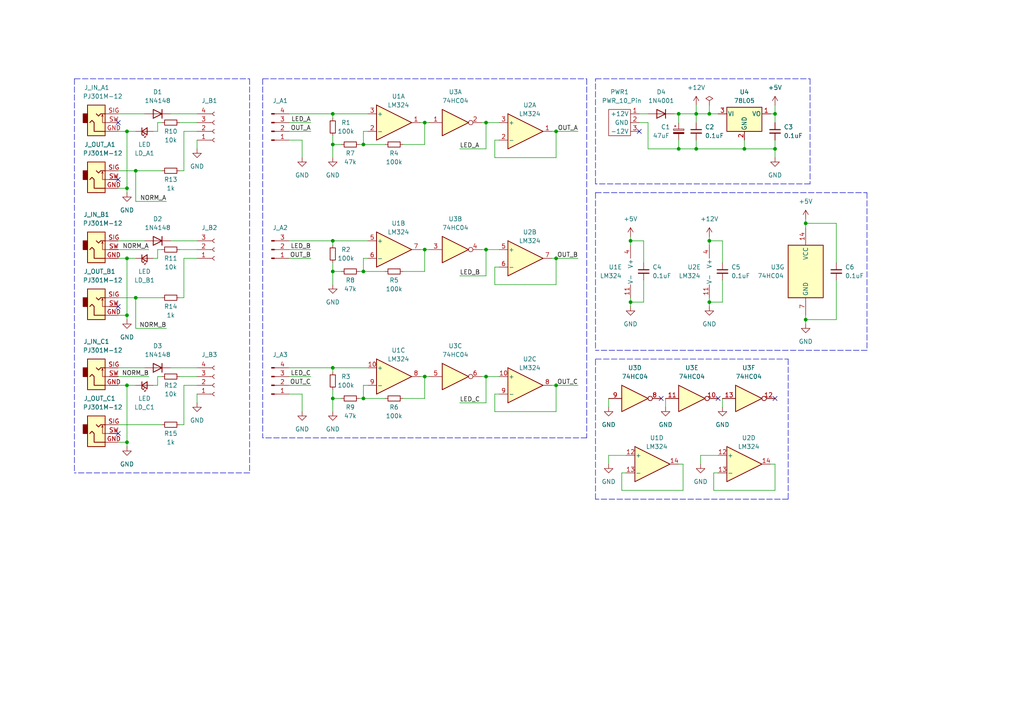
<source format=kicad_sch>
(kicad_sch (version 20231120) (generator "eeschema") (generator_version "8.0")
  (paper "A4")
  (title_block (title "Avalon Harmonics kNOT") (rev "v1.1") (company "Avalon Harmonics"))
  (lib_symbols
    (symbol "74xx:74HC04"
      (property "Reference" "U" (at 0 1.27 0))
      (property "Value" "74HC04" (at 0 -1.27 0))
      (symbol "74HC04_1_0"
        (pin input line (at -7.62 0 0) (length 3.81) (name "~") (number "1"))
        (pin output inverted (at 7.62 0 180) (length 3.81) (name "~") (number "2"))
      )
      (symbol "74HC04_2_0"
        (pin input line (at -7.62 0 0) (length 3.81) (name "~") (number "3"))
        (pin output inverted (at 7.62 0 180) (length 3.81) (name "~") (number "4"))
      )
      (symbol "74HC04_3_0"
        (pin input line (at -7.62 0 0) (length 3.81) (name "~") (number "5"))
        (pin output inverted (at 7.62 0 180) (length 3.81) (name "~") (number "6"))
      )
      (symbol "74HC04_4_0"
        (pin output inverted (at 7.62 0 180) (length 3.81) (name "~") (number "8"))
        (pin input line (at -7.62 0 0) (length 3.81) (name "~") (number "9"))
      )
      (symbol "74HC04_5_0"
        (pin output inverted (at 7.62 0 180) (length 3.81) (name "~") (number "10"))
        (pin input line (at -7.62 0 0) (length 3.81) (name "~") (number "11"))
      )
      (symbol "74HC04_6_0"
        (pin output inverted (at 7.62 0 180) (length 3.81) (name "~") (number "12"))
        (pin input line (at -7.62 0 0) (length 3.81) (name "~") (number "13"))
      )
      (symbol "74HC04_7_0"
        (pin power_in line (at 0 12.7 270) (length 5.08) (name "VCC") (number "14"))
        (pin power_in line (at 0 -12.7 90) (length 5.08) (name "GND") (number "7"))
      )
    )
    (symbol "Amplifier_Operational:LM324" (pin_names (offset 0.127))
      (property "Reference" "U" (at 0 5.08 0))
      (property "Value" "LM324" (at 0 -5.08 0))
      (symbol "LM324_1_1"
        (pin output line (at 7.62 0 180) (length 2.54) (name "~") (number "1"))
        (pin input line (at -7.62 -2.54 0) (length 2.54) (name "-") (number "2"))
        (pin input line (at -7.62 2.54 0) (length 2.54) (name "+") (number "3"))
      )
      (symbol "LM324_2_1"
        (pin input line (at -7.62 2.54 0) (length 2.54) (name "+") (number "5"))
        (pin input line (at -7.62 -2.54 0) (length 2.54) (name "-") (number "6"))
        (pin output line (at 7.62 0 180) (length 2.54) (name "~") (number "7"))
      )
      (symbol "LM324_3_1"
        (pin input line (at -7.62 2.54 0) (length 2.54) (name "+") (number "10"))
        (pin output line (at 7.62 0 180) (length 2.54) (name "~") (number "8"))
        (pin input line (at -7.62 -2.54 0) (length 2.54) (name "-") (number "9"))
      )
      (symbol "LM324_4_1"
        (pin input line (at -7.62 2.54 0) (length 2.54) (name "+") (number "12"))
        (pin input line (at -7.62 -2.54 0) (length 2.54) (name "-") (number "13"))
        (pin output line (at 7.62 0 180) (length 2.54) (name "~") (number "14"))
      )
      (symbol "LM324_5_1"
        (pin power_in line (at -2.54 -7.62 90) (length 3.81) (name "V-") (number "11"))
        (pin power_in line (at -2.54 7.62 270) (length 3.81) (name "V+") (number "4"))
      )
    )
    (symbol "Connector:Conn_01x03_Female" (pin_names (offset 1.016) hide)
      (property "Reference" "J" (at 0 5.08 0))
      (property "Value" "Conn_01x03_Female" (at 0 -5.08 0))
      (symbol "Conn_01x03_Female_1_1"
        (pin passive line (at -5.08 2.54 0) (length 3.81) (name "Pin_1") (number "1"))
        (pin passive line (at -5.08 0 0) (length 3.81) (name "Pin_2") (number "2"))
        (pin passive line (at -5.08 -2.54 0) (length 3.81) (name "Pin_3") (number "3"))
      )
    )
    (symbol "Connector:Conn_01x03_Male" (pin_names (offset 1.016) hide)
      (property "Reference" "J" (at 0 5.08 0))
      (property "Value" "Conn_01x03_Male" (at 0 -5.08 0))
      (symbol "Conn_01x03_Male_1_1"
        (pin passive line (at 5.08 2.54 180) (length 3.81) (name "Pin_1") (number "1"))
        (pin passive line (at 5.08 0 180) (length 3.81) (name "Pin_2") (number "2"))
        (pin passive line (at 5.08 -2.54 180) (length 3.81) (name "Pin_3") (number "3"))
      )
    )
    (symbol "Connector:Conn_01x04_Female" (pin_names (offset 1.016) hide)
      (property "Reference" "J" (at 0 5.08 0))
      (property "Value" "Conn_01x04_Female" (at 0 -7.62 0))
      (symbol "Conn_01x04_Female_1_1"
        (pin passive line (at -5.08 2.54 0) (length 3.81) (name "Pin_1") (number "1"))
        (pin passive line (at -5.08 0 0) (length 3.81) (name "Pin_2") (number "2"))
        (pin passive line (at -5.08 -2.54 0) (length 3.81) (name "Pin_3") (number "3"))
        (pin passive line (at -5.08 -5.08 0) (length 3.81) (name "Pin_4") (number "4"))
      )
    )
    (symbol "Connector:Conn_01x04_Male" (pin_names (offset 1.016) hide)
      (property "Reference" "J" (at 0 5.08 0))
      (property "Value" "Conn_01x04_Male" (at 0 -7.62 0))
      (symbol "Conn_01x04_Male_1_1"
        (pin passive line (at 5.08 2.54 180) (length 3.81) (name "Pin_1") (number "1"))
        (pin passive line (at 5.08 0 180) (length 3.81) (name "Pin_2") (number "2"))
        (pin passive line (at 5.08 -2.54 180) (length 3.81) (name "Pin_3") (number "3"))
        (pin passive line (at 5.08 -5.08 180) (length 3.81) (name "Pin_4") (number "4"))
      )
    )
    (symbol "Device:C_Polarized_Small" (pin_numbers hide) (pin_names (offset 0.254) hide)
      (property "Reference" "C" (at 0.254 1.778 0))
      (property "Value" "C_Polarized_Small" (at 0.254 -2.032 0))
      (symbol "C_Polarized_Small_1_1"
        (pin passive line (at 0 2.54 270) (length 1.8542) (name "~") (number "1"))
        (pin passive line (at 0 -2.54 90) (length 1.8542) (name "~") (number "2"))
      )
    )
    (symbol "Device:C_Small" (pin_numbers hide) (pin_names (offset 0.254) hide)
      (property "Reference" "C" (at 0.254 1.778 0))
      (property "Value" "C_Small" (at 0.254 -2.032 0))
      (symbol "C_Small_1_1"
        (pin passive line (at 0 2.54 270) (length 2.032) (name "~") (number "1"))
        (pin passive line (at 0 -2.54 90) (length 2.032) (name "~") (number "2"))
      )
    )
    (symbol "Device:LED_Small" (pin_numbers hide) (pin_names (offset 0.254) hide)
      (property "Reference" "D" (at -1.27 3.175 0))
      (property "Value" "LED_Small" (at -4.445 -2.54 0))
      (symbol "LED_Small_1_1"
        (pin passive line (at -2.54 0 0) (length 1.778) (name "K") (number "1"))
        (pin passive line (at 2.54 0 180) (length 1.778) (name "A") (number "2"))
      )
    )
    (symbol "Device:R_Small" (pin_numbers hide) (pin_names (offset 0.254) hide)
      (property "Reference" "R" (at 0.762 0.508 0))
      (property "Value" "R_Small" (at 0.762 -1.016 0))
      (symbol "R_Small_1_1"
        (pin passive line (at 0 2.54 270) (length 0.762) (name "~") (number "1"))
        (pin passive line (at 0 -2.54 90) (length 0.762) (name "~") (number "2"))
      )
    )
    (symbol "Diode:1N4001" (pin_numbers hide) (pin_names (offset 1.016) hide)
      (property "Reference" "D" (at 0 2.54 0))
      (property "Value" "1N4001" (at 0 -2.54 0))
      (symbol "1N4001_1_1"
        (pin passive line (at -3.81 0 0) (length 2.54) (name "K") (number "1"))
        (pin passive line (at 3.81 0 180) (length 2.54) (name "A") (number "2"))
      )
    )
    (symbol "Diode:1N4148" (pin_numbers hide) (pin_names (offset 1.016) hide)
      (property "Reference" "D" (at 0 2.54 0))
      (property "Value" "1N4148" (at 0 -2.54 0))
      (symbol "1N4148_1_1"
        (pin passive line (at -3.81 0 0) (length 2.54) (name "K") (number "1"))
        (pin passive line (at 3.81 0 180) (length 2.54) (name "A") (number "2"))
      )
    )
    (symbol "Eurorack:PJ301M-12"
      (property "Reference" "J?" (at -0.635 7.62 0))
      (property "Value" "PJ301M-12" (at -0.635 5.08 0))
      (symbol "PJ301M-12_1_1"
        (pin passive line (at 6.35 -5.08 180) (length 2.54) (name "~") (number "GND"))
        (pin passive line (at 6.35 0 180) (length 2.54) (name "~") (number "SIG"))
        (pin passive line (at 6.35 -2.54 180) (length 2.54) (name "~") (number "SW"))
      )
    )
    (symbol "Eurorack:PWR_10_Pin"
      (property "Reference" "H?" (at -5.08 6.35 0))
      (property "Value" "PWR_10_Pin" (at -5.08 3.81 0))
      (symbol "PWR_10_Pin_1_1"
        (pin power_out line (at 0 1.27 180) (length 2.54) (name "+12V") (number "1"))
        (pin power_out line (at 0 -1.27 180) (length 2.54) (name "GND") (number "2"))
        (pin power_out line (at 0 -3.81 180) (length 2.54) (name "-12V") (number "3"))
      )
    )
    (symbol "Regulator_Linear:L78L05_TO92" (pin_names (offset 0.254))
      (property "Reference" "U" (at -3.81 3.175 0))
      (property "Value" "L78L05_TO92" (at 0 3.175 0))
      (symbol "L78L05_TO92_1_1"
        (pin power_out line (at 7.62 0 180) (length 2.54) (name "VO") (number "1"))
        (pin power_in line (at 0 -7.62 90) (length 2.54) (name "GND") (number "2"))
        (pin power_in line (at -7.62 0 0) (length 2.54) (name "VI") (number "3"))
      )
    )
    (symbol "power:+12V" (power) (pin_names (offset 0))
      (property "Value" "+12V" (at 0 3.556 0))
      (symbol "+12V_1_1"
        (pin power_in line (at 0 0 90) (length 0) hide (name "+12V") (number "1"))
      )
    )
    (symbol "power:+5V" (power) (pin_names (offset 0))
      (property "Value" "+5V" (at 0 3.556 0))
      (symbol "+5V_1_1"
        (pin power_in line (at 0 0 90) (length 0) hide (name "+5V") (number "1"))
      )
    )
    (symbol "power:GND" (power) (pin_names (offset 0))
      (property "Value" "GND" (at 0 -3.81 0))
      (symbol "GND_1_1"
        (pin power_in line (at 0 0 270) (length 0) hide (name "GND") (number "1"))
      )
    )
    (symbol "power:PWR_FLAG" (power) (pin_numbers hide) (pin_names (offset 0) hide)
      (property "Value" "PWR_FLAG" (at 0 3.81 0))
      (symbol "PWR_FLAG_0_0"
        (pin power_out line (at 0 0 90) (length 0) (name "pwr") (number "1"))
      )
    )
  )
  (junction (at 96.52 41.91))
  (junction (at 182.88 69.85))
  (junction (at 205.74 87.63))
  (junction (at 36.83 74.93))
  (junction (at 96.52 78.74))
  (junction (at 96.52 69.85))
  (junction (at 123.19 109.22))
  (junction (at 161.29 38.1))
  (junction (at 201.93 33.02))
  (junction (at 36.83 111.76))
  (junction (at 182.88 87.63))
  (junction (at 39.37 86.36))
  (junction (at 36.83 54.61))
  (junction (at 105.41 78.74))
  (junction (at 215.9 43.18))
  (junction (at 233.68 64.77))
  (junction (at 140.97 72.39))
  (junction (at 196.85 33.02))
  (junction (at 201.93 43.18))
  (junction (at 205.74 33.02))
  (junction (at 105.41 115.57))
  (junction (at 96.52 33.02))
  (junction (at 140.97 35.56))
  (junction (at 196.85 43.18))
  (junction (at 96.52 106.68))
  (junction (at 161.29 111.76))
  (junction (at 224.79 43.18))
  (junction (at 123.19 35.56))
  (junction (at 39.37 49.53))
  (junction (at 224.79 33.02))
  (junction (at 233.68 92.71))
  (junction (at 36.83 128.27))
  (junction (at 161.29 74.93))
  (junction (at 36.83 38.1))
  (junction (at 96.52 115.57))
  (junction (at 205.74 69.85))
  (junction (at 123.19 72.39))
  (junction (at 36.83 91.44))
  (junction (at 105.41 41.91))
  (junction (at 140.97 109.22))
  (no_connect (at 34.29 35.56))
  (no_connect (at 208.28 115.57))
  (no_connect (at 34.29 125.73))
  (no_connect (at 34.29 52.07))
  (no_connect (at 185.42 38.1))
  (no_connect (at 224.79 115.57))
  (no_connect (at 191.77 115.57))
  (no_connect (at 34.29 88.9))
  (wire (pts (xy 176.53 115.57) (xy 176.53 118.11)))
  (wire (pts (xy 57.15 114.3) (xy 57.15 116.84)))
  (wire (pts (xy 208.28 137.16) (xy 207.01 137.16)))
  (wire (pts (xy 44.45 38.1) (xy 45.72 38.1)))
  (wire (pts (xy 96.52 107.95) (xy 96.52 106.68)))
  (wire (pts (xy 205.74 86.36) (xy 205.74 87.63)))
  (wire (pts (xy 224.79 35.56) (xy 224.79 33.02)))
  (wire (pts (xy 201.93 43.18) (xy 215.9 43.18)))
  (wire (pts (xy 57.15 72.39) (xy 52.07 72.39)))
  (polyline (pts (xy 21.59 22.86) (xy 21.59 137.16)) (stroke (width 0) (type dash)))
  (wire (pts (xy 34.29 74.93) (xy 36.83 74.93)))
  (wire (pts (xy 96.52 78.74) (xy 99.06 78.74)))
  (wire (pts (xy 57.15 40.64) (xy 57.15 43.18)))
  (wire (pts (xy 209.55 115.57) (xy 209.55 118.11)))
  (wire (pts (xy 201.93 30.48) (xy 201.93 33.02)))
  (polyline (pts (xy 251.46 101.6) (xy 172.72 101.6)) (stroke (width 0) (type dash)))
  (wire (pts (xy 233.68 63.5) (xy 233.68 64.77)))
  (wire (pts (xy 106.68 38.1) (xy 105.41 38.1)))
  (wire (pts (xy 182.88 69.85) (xy 182.88 71.12)))
  (wire (pts (xy 44.45 74.93) (xy 45.72 74.93)))
  (wire (pts (xy 36.83 74.93) (xy 39.37 74.93)))
  (polyline (pts (xy 228.6 104.14) (xy 228.6 144.78)) (stroke (width 0) (type dash)))
  (wire (pts (xy 209.55 69.85) (xy 205.74 69.85)))
  (wire (pts (xy 96.52 34.29) (xy 96.52 33.02)))
  (wire (pts (xy 53.34 38.1) (xy 53.34 49.53)))
  (polyline (pts (xy 234.95 53.34) (xy 172.72 53.34)) (stroke (width 0) (type dash)))
  (wire (pts (xy 180.34 137.16) (xy 180.34 142.24)))
  (wire (pts (xy 143.51 77.47) (xy 143.51 82.55)))
  (wire (pts (xy 242.57 64.77) (xy 233.68 64.77)))
  (polyline (pts (xy 172.72 53.34) (xy 172.72 22.86)) (stroke (width 0) (type dash)))
  (wire (pts (xy 224.79 43.18) (xy 224.79 45.72)))
  (wire (pts (xy 140.97 35.56) (xy 140.97 43.18)))
  (wire (pts (xy 139.7 35.56) (xy 140.97 35.56)))
  (wire (pts (xy 161.29 38.1) (xy 167.64 38.1)))
  (wire (pts (xy 83.82 33.02) (xy 96.52 33.02)))
  (wire (pts (xy 205.74 68.58) (xy 205.74 69.85)))
  (wire (pts (xy 105.41 41.91) (xy 111.76 41.91)))
  (wire (pts (xy 201.93 35.56) (xy 201.93 33.02)))
  (wire (pts (xy 36.83 111.76) (xy 36.83 128.27)))
  (wire (pts (xy 207.01 142.24) (xy 224.79 142.24)))
  (wire (pts (xy 34.29 33.02) (xy 41.91 33.02)))
  (polyline (pts (xy 172.72 55.88) (xy 172.72 101.6)) (stroke (width 0) (type dash)))
  (wire (pts (xy 83.82 106.68) (xy 96.52 106.68)))
  (wire (pts (xy 133.35 116.84) (xy 140.97 116.84)))
  (wire (pts (xy 201.93 33.02) (xy 205.74 33.02)))
  (wire (pts (xy 186.69 87.63) (xy 182.88 87.63)))
  (wire (pts (xy 53.34 49.53) (xy 52.07 49.53)))
  (wire (pts (xy 223.52 134.62) (xy 224.79 134.62)))
  (wire (pts (xy 83.82 38.1) (xy 90.17 38.1)))
  (wire (pts (xy 196.85 40.64) (xy 196.85 43.18)))
  (wire (pts (xy 186.69 69.85) (xy 182.88 69.85)))
  (wire (pts (xy 233.68 64.77) (xy 233.68 66.04)))
  (wire (pts (xy 34.29 109.22) (xy 43.18 109.22)))
  (wire (pts (xy 34.29 49.53) (xy 39.37 49.53)))
  (wire (pts (xy 161.29 74.93) (xy 167.64 74.93)))
  (wire (pts (xy 36.83 38.1) (xy 39.37 38.1)))
  (wire (pts (xy 105.41 111.76) (xy 105.41 115.57)))
  (wire (pts (xy 96.52 106.68) (xy 106.68 106.68)))
  (wire (pts (xy 39.37 86.36) (xy 46.99 86.36)))
  (wire (pts (xy 224.79 30.48) (xy 224.79 33.02)))
  (polyline (pts (xy 72.39 22.86) (xy 72.39 137.16)) (stroke (width 0) (type dash)))
  (wire (pts (xy 185.42 33.02) (xy 187.96 33.02)))
  (wire (pts (xy 49.53 106.68) (xy 57.15 106.68)))
  (wire (pts (xy 242.57 76.2) (xy 242.57 64.77)))
  (polyline (pts (xy 170.18 127) (xy 76.2 127)) (stroke (width 0) (type dash)))
  (wire (pts (xy 123.19 72.39) (xy 121.92 72.39)))
  (wire (pts (xy 205.74 69.85) (xy 205.74 71.12)))
  (wire (pts (xy 161.29 38.1) (xy 160.02 38.1)))
  (wire (pts (xy 161.29 45.72) (xy 161.29 38.1)))
  (wire (pts (xy 161.29 119.38) (xy 161.29 111.76)))
  (wire (pts (xy 198.12 142.24) (xy 198.12 134.62)))
  (wire (pts (xy 96.52 41.91) (xy 96.52 45.72)))
  (wire (pts (xy 215.9 40.64) (xy 215.9 43.18)))
  (wire (pts (xy 52.07 123.19) (xy 53.34 123.19)))
  (wire (pts (xy 133.35 80.01) (xy 140.97 80.01)))
  (wire (pts (xy 49.53 69.85) (xy 57.15 69.85)))
  (wire (pts (xy 182.88 87.63) (xy 182.88 88.9)))
  (polyline (pts (xy 76.2 22.86) (xy 170.18 22.86)) (stroke (width 0) (type dash)))
  (wire (pts (xy 53.34 111.76) (xy 53.34 123.19)))
  (polyline (pts (xy 76.2 22.86) (xy 76.2 127)) (stroke (width 0) (type dash)))
  (wire (pts (xy 209.55 76.2) (xy 209.55 69.85)))
  (wire (pts (xy 87.63 119.38) (xy 87.63 114.3)))
  (wire (pts (xy 123.19 115.57) (xy 123.19 109.22)))
  (wire (pts (xy 83.82 35.56) (xy 90.17 35.56)))
  (wire (pts (xy 161.29 74.93) (xy 160.02 74.93)))
  (wire (pts (xy 161.29 111.76) (xy 160.02 111.76)))
  (wire (pts (xy 233.68 91.44) (xy 233.68 92.71)))
  (wire (pts (xy 140.97 72.39) (xy 140.97 80.01)))
  (wire (pts (xy 36.83 54.61) (xy 34.29 54.61)))
  (wire (pts (xy 208.28 132.08) (xy 203.2 132.08)))
  (wire (pts (xy 144.78 114.3) (xy 143.51 114.3)))
  (wire (pts (xy 123.19 72.39) (xy 124.46 72.39)))
  (wire (pts (xy 185.42 35.56) (xy 187.96 35.56)))
  (wire (pts (xy 83.82 69.85) (xy 96.52 69.85)))
  (polyline (pts (xy 21.59 22.86) (xy 72.39 22.86)) (stroke (width 0) (type dash)))
  (polyline (pts (xy 72.39 137.16) (xy 21.59 137.16)) (stroke (width 0) (type dash)))
  (wire (pts (xy 34.29 123.19) (xy 46.99 123.19)))
  (wire (pts (xy 143.51 40.64) (xy 143.51 45.72)))
  (wire (pts (xy 46.99 35.56) (xy 45.72 35.56)))
  (polyline (pts (xy 170.18 22.86) (xy 170.18 127)) (stroke (width 0) (type dash)))
  (wire (pts (xy 144.78 77.47) (xy 143.51 77.47)))
  (wire (pts (xy 87.63 114.3) (xy 83.82 114.3)))
  (wire (pts (xy 83.82 72.39) (xy 90.17 72.39)))
  (wire (pts (xy 196.85 33.02) (xy 195.58 33.02)))
  (wire (pts (xy 116.84 41.91) (xy 123.19 41.91)))
  (wire (pts (xy 96.52 41.91) (xy 99.06 41.91)))
  (wire (pts (xy 140.97 109.22) (xy 140.97 116.84)))
  (wire (pts (xy 36.83 38.1) (xy 36.83 54.61)))
  (wire (pts (xy 39.37 86.36) (xy 39.37 95.25)))
  (wire (pts (xy 96.52 113.03) (xy 96.52 115.57)))
  (wire (pts (xy 182.88 68.58) (xy 182.88 69.85)))
  (wire (pts (xy 104.14 41.91) (xy 105.41 41.91)))
  (wire (pts (xy 106.68 74.93) (xy 105.41 74.93)))
  (wire (pts (xy 140.97 35.56) (xy 144.78 35.56)))
  (wire (pts (xy 143.51 114.3) (xy 143.51 119.38)))
  (wire (pts (xy 209.55 87.63) (xy 205.74 87.63)))
  (polyline (pts (xy 251.46 55.88) (xy 251.46 101.6)) (stroke (width 0) (type dash)))
  (wire (pts (xy 224.79 142.24) (xy 224.79 134.62)))
  (wire (pts (xy 96.52 115.57) (xy 96.52 119.38)))
  (wire (pts (xy 196.85 134.62) (xy 198.12 134.62)))
  (wire (pts (xy 57.15 74.93) (xy 53.34 74.93)))
  (wire (pts (xy 49.53 33.02) (xy 57.15 33.02)))
  (wire (pts (xy 96.52 76.2) (xy 96.52 78.74)))
  (wire (pts (xy 201.93 40.64) (xy 201.93 43.18)))
  (wire (pts (xy 123.19 109.22) (xy 124.46 109.22)))
  (wire (pts (xy 96.52 71.12) (xy 96.52 69.85)))
  (wire (pts (xy 144.78 40.64) (xy 143.51 40.64)))
  (polyline (pts (xy 172.72 104.14) (xy 228.6 104.14)) (stroke (width 0) (type dash)))
  (wire (pts (xy 36.83 128.27) (xy 34.29 128.27)))
  (wire (pts (xy 205.74 88.9) (xy 205.74 87.63)))
  (wire (pts (xy 193.04 115.57) (xy 193.04 118.11)))
  (wire (pts (xy 45.72 72.39) (xy 45.72 74.93)))
  (wire (pts (xy 181.61 137.16) (xy 180.34 137.16)))
  (wire (pts (xy 39.37 49.53) (xy 39.37 58.42)))
  (wire (pts (xy 176.53 132.08) (xy 176.53 134.62)))
  (wire (pts (xy 36.83 128.27) (xy 36.83 129.54)))
  (wire (pts (xy 186.69 81.28) (xy 186.69 87.63)))
  (wire (pts (xy 105.41 115.57) (xy 111.76 115.57)))
  (wire (pts (xy 233.68 92.71) (xy 233.68 93.98)))
  (wire (pts (xy 123.19 41.91) (xy 123.19 35.56)))
  (wire (pts (xy 139.7 109.22) (xy 140.97 109.22)))
  (wire (pts (xy 224.79 40.64) (xy 224.79 43.18)))
  (wire (pts (xy 133.35 43.18) (xy 140.97 43.18)))
  (polyline (pts (xy 172.72 22.86) (xy 234.95 22.86)) (stroke (width 0) (type dash)))
  (wire (pts (xy 116.84 78.74) (xy 123.19 78.74)))
  (wire (pts (xy 36.83 111.76) (xy 39.37 111.76)))
  (wire (pts (xy 105.41 78.74) (xy 111.76 78.74)))
  (wire (pts (xy 44.45 111.76) (xy 45.72 111.76)))
  (wire (pts (xy 46.99 109.22) (xy 45.72 109.22)))
  (polyline (pts (xy 234.95 22.86) (xy 234.95 53.34)) (stroke (width 0) (type dash)))
  (wire (pts (xy 57.15 35.56) (xy 52.07 35.56)))
  (wire (pts (xy 209.55 81.28) (xy 209.55 87.63)))
  (wire (pts (xy 57.15 109.22) (xy 52.07 109.22)))
  (wire (pts (xy 34.29 106.68) (xy 41.91 106.68)))
  (wire (pts (xy 36.83 91.44) (xy 36.83 92.71)))
  (polyline (pts (xy 172.72 55.88) (xy 251.46 55.88)) (stroke (width 0) (type dash)))
  (wire (pts (xy 224.79 33.02) (xy 223.52 33.02)))
  (wire (pts (xy 186.69 76.2) (xy 186.69 69.85)))
  (wire (pts (xy 123.19 35.56) (xy 124.46 35.56)))
  (wire (pts (xy 207.01 137.16) (xy 207.01 142.24)))
  (polyline (pts (xy 228.6 144.78) (xy 172.72 144.78)) (stroke (width 0) (type dash)))
  (wire (pts (xy 242.57 92.71) (xy 233.68 92.71)))
  (wire (pts (xy 187.96 43.18) (xy 196.85 43.18)))
  (wire (pts (xy 53.34 38.1) (xy 57.15 38.1)))
  (wire (pts (xy 53.34 74.93) (xy 53.34 86.36)))
  (wire (pts (xy 140.97 109.22) (xy 144.78 109.22)))
  (wire (pts (xy 87.63 45.72) (xy 87.63 40.64)))
  (wire (pts (xy 83.82 74.93) (xy 90.17 74.93)))
  (wire (pts (xy 182.88 86.36) (xy 182.88 87.63)))
  (wire (pts (xy 180.34 142.24) (xy 198.12 142.24)))
  (polyline (pts (xy 172.72 144.78) (xy 172.72 104.14)) (stroke (width 0) (type dash)))
  (wire (pts (xy 203.2 132.08) (xy 203.2 134.62)))
  (wire (pts (xy 139.7 72.39) (xy 140.97 72.39)))
  (wire (pts (xy 34.29 111.76) (xy 36.83 111.76)))
  (wire (pts (xy 105.41 74.93) (xy 105.41 78.74)))
  (wire (pts (xy 45.72 35.56) (xy 45.72 38.1)))
  (wire (pts (xy 187.96 35.56) (xy 187.96 43.18)))
  (wire (pts (xy 48.26 58.42) (xy 39.37 58.42)))
  (wire (pts (xy 34.29 69.85) (xy 41.91 69.85)))
  (wire (pts (xy 140.97 72.39) (xy 144.78 72.39)))
  (wire (pts (xy 123.19 109.22) (xy 121.92 109.22)))
  (wire (pts (xy 83.82 109.22) (xy 90.17 109.22)))
  (wire (pts (xy 123.19 35.56) (xy 121.92 35.56)))
  (wire (pts (xy 205.74 30.48) (xy 205.74 33.02)))
  (wire (pts (xy 196.85 33.02) (xy 201.93 33.02)))
  (wire (pts (xy 96.52 39.37) (xy 96.52 41.91)))
  (wire (pts (xy 161.29 82.55) (xy 161.29 74.93)))
  (wire (pts (xy 196.85 43.18) (xy 201.93 43.18)))
  (wire (pts (xy 105.41 38.1) (xy 105.41 41.91)))
  (wire (pts (xy 34.29 72.39) (xy 43.18 72.39)))
  (wire (pts (xy 46.99 72.39) (xy 45.72 72.39)))
  (wire (pts (xy 116.84 115.57) (xy 123.19 115.57)))
  (wire (pts (xy 36.83 91.44) (xy 34.29 91.44)))
  (wire (pts (xy 96.52 115.57) (xy 99.06 115.57)))
  (wire (pts (xy 205.74 33.02) (xy 208.28 33.02)))
  (wire (pts (xy 57.15 111.76) (xy 53.34 111.76)))
  (wire (pts (xy 181.61 132.08) (xy 176.53 132.08)))
  (wire (pts (xy 106.68 111.76) (xy 105.41 111.76)))
  (wire (pts (xy 96.52 78.74) (xy 96.52 82.55)))
  (wire (pts (xy 161.29 111.76) (xy 167.64 111.76)))
  (wire (pts (xy 83.82 111.76) (xy 90.17 111.76)))
  (wire (pts (xy 104.14 115.57) (xy 105.41 115.57)))
  (wire (pts (xy 196.85 33.02) (xy 196.85 35.56)))
  (wire (pts (xy 96.52 69.85) (xy 106.68 69.85)))
  (wire (pts (xy 123.19 78.74) (xy 123.19 72.39)))
  (wire (pts (xy 52.07 86.36) (xy 53.34 86.36)))
  (wire (pts (xy 96.52 33.02) (xy 106.68 33.02)))
  (wire (pts (xy 143.51 119.38) (xy 161.29 119.38)))
  (wire (pts (xy 45.72 109.22) (xy 45.72 111.76)))
  (wire (pts (xy 34.29 38.1) (xy 36.83 38.1)))
  (wire (pts (xy 143.51 45.72) (xy 161.29 45.72)))
  (wire (pts (xy 34.29 86.36) (xy 39.37 86.36)))
  (wire (pts (xy 215.9 43.18) (xy 224.79 43.18)))
  (wire (pts (xy 36.83 54.61) (xy 36.83 55.88)))
  (wire (pts (xy 104.14 78.74) (xy 105.41 78.74)))
  (wire (pts (xy 87.63 40.64) (xy 83.82 40.64)))
  (wire (pts (xy 39.37 49.53) (xy 46.99 49.53)))
  (wire (pts (xy 143.51 82.55) (xy 161.29 82.55)))
  (wire (pts (xy 48.26 95.25) (xy 39.37 95.25)))
  (wire (pts (xy 36.83 74.93) (xy 36.83 91.44)))
  (wire (pts (xy 242.57 81.28) (xy 242.57 92.71)))
  (label "LED_A" (at 90.17 35.56 180))
  (label "OUT_B" (at 90.17 74.93 180))
  (label "OUT_C" (at 167.64 111.76 180))
  (label "NORM_A" (at 43.18 72.39 180))
  (label "LED_C" (at 133.35 116.84 0))
  (label "OUT_C" (at 90.17 111.76 180))
  (label "LED_A" (at 133.35 43.18 0))
  (label "LED_B" (at 133.35 80.01 0))
  (label "LED_B" (at 90.17 72.39 180))
  (label "OUT_B" (at 167.64 74.93 180))
  (label "NORM_B" (at 43.18 109.22 180))
  (label "NORM_B" (at 48.26 95.25 180))
  (label "OUT_A" (at 90.17 38.1 180))
  (label "NORM_A" (at 48.26 58.42 180))
  (label "LED_C" (at 90.17 109.22 180))
  (label "OUT_A" (at 167.64 38.1 180))
  (symbol (lib_id "power:GND") (at 182.88 88.9 0) (unit 1)
    (property "Reference" "#PWR019" (effects (hide yes)))
    (property "Value" "GND" (at 182.88 93.98 0))
  )
  (symbol (lib_id "Device:LED_Small") (at 41.91 38.1 0) (mirror x) (unit 1)
    (property "Reference" "LD_A1" (at 41.91 44.45 0))
    (property "Value" "LED" (at 41.91 41.91 0))
    (property "Footprint" "LED_THT:LED_D3.0mm_FlatTop" (effects (hide yes)))
    (property "Sim.Device" "SPICE" (effects (hide yes)))
    (property "Sim.Params" "type=\"D\" model=\"LED_GENERAL\" lib=\"/home/ebu/Documents/KiCad/KiCad-Spice-Library/Models/Diode/led.lib\"" (effects (hide yes)))
    (property "Sim.Pins" "1=1 2=2" (effects (hide yes)))
  )
  (symbol (lib_id "Amplifier_Operational:LM324") (at 152.4 111.76 0) (unit 3)
    (property "Reference" "U2" (at 153.67 104.14 0))
    (property "Value" "LM324" (at 153.67 106.68 0))
    (property "Footprint" "Package_DIP:DIP-14_W7.62mm_Socket_LongPads" (effects (hide yes)))
    (property "Datasheet" "http://www.ti.com/lit/ds/symlink/lm2902-n.pdf" (effects (hide yes)))
    (property "Sim.Device" "SPICE" (effects (hide yes)))
    (property "Sim.Params" "type=\"X\" model=\"LM324\" lib=\"/home/ebu/Documents/KiCad/KiCad-Spice-Library/Models/uncategorized/spice_complete/cadlab.lib\"" (effects (hide yes)))
    (property "Sim.Pins" "1=1 2=2 3=3 4=4 5=5 6=6 7=7 8=8 9=9 10=10 11=11 12=12 13=13 14=14" (effects (hide yes)))
  )
  (symbol (lib_id "74xx:74HC04") (at 132.08 35.56 0) (unit 1)
    (property "Reference" "U3" (at 132.08 26.67 0))
    (property "Value" "74HC04" (at 132.08 29.21 0))
    (property "Footprint" "Package_DIP:DIP-14_W7.62mm_Socket_LongPads" (effects (hide yes)))
    (property "Datasheet" "https://assets.nexperia.com/documents/data-sheet/74HC_HCT04.pdf" (effects (hide yes)))
  )
  (symbol (lib_id "Device:R_Small") (at 49.53 35.56 270) (mirror x) (unit 1)
    (property "Reference" "R10" (at 49.53 38.1 90))
    (property "Value" "10k" (at 49.53 40.64 90))
    (property "Footprint" "Resistor_THT:R_Axial_DIN0207_L6.3mm_D2.5mm_P10.16mm_Horizontal" (effects (hide yes)))
  )
  (symbol (lib_id "Device:C_Small") (at 209.55 78.74 0) (unit 1)
    (property "Reference" "C5" (at 212.09 77.4762 0) (effects (justify left)))
    (property "Value" "0.1uF" (at 212.09 80.0162 0) (effects (justify left)))
    (property "Footprint" "Capacitor_THT:C_Disc_D7.0mm_W2.5mm_P5.00mm" (effects (hide yes)))
  )
  (symbol (lib_id "Connector:Conn_01x03_Female") (at 62.23 72.39 0) (mirror x) (unit 1)
    (property "Reference" "J_B2" (at 58.42 66.04 0) (effects (justify left)))
    (property "Value" "Conn_01x03_Female" (effects (hide yes)))
    (property "Footprint" "Connector_PinHeader_2.54mm:PinHeader_1x03_P2.54mm_Vertical" (effects (hide yes)))
  )
  (symbol (lib_id "Device:R_Small") (at 101.6 115.57 270) (mirror x) (unit 1)
    (property "Reference" "R9" (at 101.6 118.11 90))
    (property "Value" "47k" (at 101.6 120.65 90))
    (property "Footprint" "Resistor_THT:R_Axial_DIN0207_L6.3mm_D2.5mm_P2.54mm_Vertical" (effects (hide yes)))
  )
  (symbol (lib_id "Device:R_Small") (at 114.3 41.91 270) (mirror x) (unit 1)
    (property "Reference" "R4" (at 114.3 44.45 90))
    (property "Value" "100k" (at 114.3 46.99 90))
    (property "Footprint" "Resistor_THT:R_Axial_DIN0207_L6.3mm_D2.5mm_P2.54mm_Vertical" (effects (hide yes)))
  )
  (symbol (lib_id "Diode:1N4148") (at 45.72 106.68 180) (unit 1)
    (property "Reference" "D3" (at 45.72 100.33 0))
    (property "Value" "1N4148" (at 45.72 102.87 0))
    (property "Footprint" "Diode_THT:D_DO-35_SOD27_P7.62mm_Horizontal" (effects (hide yes)))
    (property "Datasheet" "https://assets.nexperia.com/documents/data-sheet/1N4148_1N4448.pdf" (effects (hide yes)))
  )
  (symbol (lib_id "power:GND") (at 176.53 118.11 0) (unit 1)
    (property "Reference" "#PWR09" (effects (hide yes)))
    (property "Value" "GND" (at 176.53 123.19 0))
  )
  (symbol (lib_id "power:GND") (at 87.63 45.72 0) (unit 1)
    (property "Reference" "#PWR03" (effects (hide yes)))
    (property "Value" "GND" (at 87.63 50.8 0))
  )
  (symbol (lib_id "Eurorack:PJ301M-12") (at 27.94 123.19 0) (unit 1)
    (property "Reference" "J_OUT_C1" (at 33.528 115.57 0) (effects (justify right)))
    (property "Value" "PJ301M-12" (at 35.56 118.11 0) (effects (justify right)))
    (property "Footprint" "Eurorack:PJ301M-12" (effects (hide yes)))
  )
  (symbol (lib_id "power:+5V") (at 233.68 63.5 0) (unit 1)
    (property "Reference" "#PWR07" (effects (hide yes)))
    (property "Value" "+5V" (at 233.68 58.42 0))
  )
  (symbol (lib_id "Amplifier_Operational:LM324") (at 208.28 78.74 0) (unit 5)
    (property "Reference" "U2" (at 199.39 77.47 0) (effects (justify left)))
    (property "Value" "LM324" (at 196.85 80.01 0) (effects (justify left)))
    (property "Footprint" "Package_DIP:DIP-14_W7.62mm_Socket_LongPads" (effects (hide yes)))
    (property "Datasheet" "http://www.ti.com/lit/ds/symlink/lm2902-n.pdf" (effects (hide yes)))
    (property "Sim.Device" "SPICE" (effects (hide yes)))
    (property "Sim.Params" "type=\"X\" model=\"LM324\" lib=\"/home/ebu/Documents/KiCad/KiCad-Spice-Library/Models/uncategorized/spice_complete/cadlab.lib\"" (effects (hide yes)))
    (property "Sim.Pins" "1=1 2=2 3=3 4=4 5=5 6=6 7=7 8=8 9=9 10=10 11=11 12=12 13=13 14=14" (effects (hide yes)))
  )
  (symbol (lib_id "Device:C_Small") (at 242.57 78.74 0) (unit 1)
    (property "Reference" "C6" (at 245.11 77.47 0) (effects (justify left)))
    (property "Value" "0.1uF" (at 245.11 80.01 0) (effects (justify left)))
    (property "Footprint" "Capacitor_THT:C_Disc_D7.0mm_W2.5mm_P5.00mm" (effects (hide yes)))
  )
  (symbol (lib_id "Device:R_Small") (at 101.6 78.74 270) (mirror x) (unit 1)
    (property "Reference" "R8" (at 101.6 81.28 90))
    (property "Value" "47k" (at 101.6 83.82 90))
    (property "Footprint" "Resistor_THT:R_Axial_DIN0207_L6.3mm_D2.5mm_P2.54mm_Vertical" (effects (hide yes)))
  )
  (symbol (lib_id "power:GND") (at 36.83 92.71 0) (unit 1)
    (property "Reference" "#PWR06" (effects (hide yes)))
    (property "Value" "GND" (at 36.83 97.79 0))
  )
  (symbol (lib_id "Device:R_Small") (at 96.52 110.49 0) (mirror y) (unit 1)
    (property "Reference" "R3" (at 100.33 109.22 0))
    (property "Value" "100k" (at 100.33 111.76 0))
    (property "Footprint" "Resistor_THT:R_Axial_DIN0207_L6.3mm_D2.5mm_P2.54mm_Vertical" (effects (hide yes)))
  )
  (symbol (lib_id "Device:C_Small") (at 224.79 38.1 0) (unit 1)
    (property "Reference" "C3" (at 227.33 36.8363 0) (effects (justify left)))
    (property "Value" "0.1uF" (at 227.33 39.3763 0) (effects (justify left)))
    (property "Footprint" "Capacitor_THT:C_Disc_D7.0mm_W2.5mm_P5.00mm" (effects (hide yes)))
  )
  (symbol (lib_id "Device:C_Small") (at 201.93 38.1 0) (unit 1)
    (property "Reference" "C2" (at 204.47 36.8362 0) (effects (justify left)))
    (property "Value" "0.1uF" (at 204.47 39.3762 0) (effects (justify left)))
    (property "Footprint" "Capacitor_THT:C_Disc_D7.0mm_W2.5mm_P5.00mm" (effects (hide yes)))
  )
  (symbol (lib_id "Device:R_Small") (at 49.53 49.53 90) (unit 1)
    (property "Reference" "R13" (at 49.53 52.07 90))
    (property "Value" "1k" (at 49.53 54.61 90))
    (property "Footprint" "Resistor_THT:R_Axial_DIN0207_L6.3mm_D2.5mm_P10.16mm_Horizontal" (effects (hide yes)))
  )
  (symbol (lib_id "Amplifier_Operational:LM324") (at 114.3 35.56 0) (unit 1)
    (property "Reference" "U1" (at 115.57 27.94 0))
    (property "Value" "LM324" (at 115.57 30.48 0))
    (property "Footprint" "Package_DIP:DIP-14_W7.62mm_Socket_LongPads" (effects (hide yes)))
    (property "Datasheet" "http://www.ti.com/lit/ds/symlink/lm2902-n.pdf" (effects (hide yes)))
    (property "Sim.Device" "SPICE" (effects (hide yes)))
    (property "Sim.Params" "type=\"X\" model=\"LM324\" lib=\"/home/ebu/Documents/KiCad/KiCad-Spice-Library/Models/uncategorized/spice_complete/cadlab.lib\"" (effects (hide yes)))
    (property "Sim.Pins" "1=1 2=2 3=3 4=4 5=5 6=6 7=7 8=8 9=9 10=10 11=11 12=12 13=13 14=14" (effects (hide yes)))
  )
  (symbol (lib_id "Regulator_Linear:L78L05_TO92") (at 215.9 33.02 0) (unit 1)
    (property "Reference" "U4" (at 215.9 26.67 0))
    (property "Value" "78L05" (at 215.9 29.21 0))
    (property "Footprint" "Package_TO_SOT_THT:TO-92_Inline_Wide" (effects (hide yes)))
    (property "Datasheet" "http://www.st.com/content/ccc/resource/technical/document/datasheet/15/55/e5/aa/23/5b/43/fd/CD00000446.pdf/files/CD00000446.pdf/jcr:content/translations/en.CD00000446.pdf" (effects (hide yes)))
  )
  (symbol (lib_id "74xx:74HC04") (at 217.17 115.57 0) (unit 6)
    (property "Reference" "U3" (at 217.17 106.68 0))
    (property "Value" "74HC04" (at 217.17 109.22 0))
    (property "Footprint" "Package_DIP:DIP-14_W7.62mm_Socket_LongPads" (effects (hide yes)))
    (property "Datasheet" "https://assets.nexperia.com/documents/data-sheet/74HC_HCT04.pdf" (effects (hide yes)))
  )
  (symbol (lib_id "power:GND") (at 96.52 119.38 0) (unit 1)
    (property "Reference" "#PWR012" (effects (hide yes)))
    (property "Value" "GND" (at 96.52 124.46 0))
  )
  (symbol (lib_id "Device:R_Small") (at 101.6 41.91 270) (mirror x) (unit 1)
    (property "Reference" "R7" (at 101.6 44.45 90))
    (property "Value" "47k" (at 101.6 46.99 90))
    (property "Footprint" "Resistor_THT:R_Axial_DIN0207_L6.3mm_D2.5mm_P2.54mm_Vertical" (effects (hide yes)))
  )
  (symbol (lib_id "power:GND") (at 203.2 134.62 0) (unit 1)
    (property "Reference" "#PWR016" (effects (hide yes)))
    (property "Value" "GND" (at 203.2 139.7 0))
  )
  (symbol (lib_id "Amplifier_Operational:LM324") (at 152.4 74.93 0) (unit 2)
    (property "Reference" "U2" (at 153.67 67.31 0))
    (property "Value" "LM324" (at 153.67 69.85 0))
    (property "Footprint" "Package_DIP:DIP-14_W7.62mm_Socket_LongPads" (effects (hide yes)))
    (property "Datasheet" "http://www.ti.com/lit/ds/symlink/lm2902-n.pdf" (effects (hide yes)))
    (property "Sim.Device" "SPICE" (effects (hide yes)))
    (property "Sim.Params" "type=\"X\" model=\"LM324\" lib=\"/home/ebu/Documents/KiCad/KiCad-Spice-Library/Models/uncategorized/spice_complete/cadlab.lib\"" (effects (hide yes)))
    (property "Sim.Pins" "1=1 2=2 3=3 4=4 5=5 6=6 7=7 8=8 9=9 10=10 11=11 12=12 13=13 14=14" (effects (hide yes)))
  )
  (symbol (lib_id "Diode:1N4148") (at 45.72 33.02 180) (unit 1)
    (property "Reference" "D1" (at 45.72 26.67 0))
    (property "Value" "1N4148" (at 45.72 29.21 0))
    (property "Footprint" "Diode_THT:D_DO-35_SOD27_P7.62mm_Horizontal" (effects (hide yes)))
    (property "Datasheet" "https://assets.nexperia.com/documents/data-sheet/1N4148_1N4448.pdf" (effects (hide yes)))
  )
  (symbol (lib_id "Device:LED_Small") (at 41.91 74.93 0) (mirror x) (unit 1)
    (property "Reference" "LD_B1" (at 41.91 81.28 0))
    (property "Value" "LED" (at 41.91 78.74 0))
    (property "Footprint" "LED_THT:LED_D3.0mm_FlatTop" (effects (hide yes)))
    (property "Sim.Device" "SPICE" (effects (hide yes)))
    (property "Sim.Params" "type=\"D\" model=\"LED_GENERAL\" lib=\"/home/ebu/Documents/KiCad/KiCad-Spice-Library/Models/Diode/led.lib\"" (effects (hide yes)))
    (property "Sim.Pins" "1=1 2=2" (effects (hide yes)))
  )
  (symbol (lib_id "Eurorack:PJ301M-12") (at 27.94 69.85 0) (unit 1)
    (property "Reference" "J_IN_B1" (at 31.75 62.23 0) (effects (justify right)))
    (property "Value" "PJ301M-12" (at 35.56 64.77 0) (effects (justify right)))
    (property "Footprint" "Eurorack:PJ301M-12" (effects (hide yes)))
  )
  (symbol (lib_id "power:GND") (at 176.53 134.62 0) (unit 1)
    (property "Reference" "#PWR015" (effects (hide yes)))
    (property "Value" "GND" (at 176.53 139.7 0))
  )
  (symbol (lib_id "power:GND") (at 57.15 116.84 0) (unit 1)
    (property "Reference" "#PWR026" (effects (hide yes)))
    (property "Value" "GND" (at 57.15 121.92 0))
  )
  (symbol (lib_id "power:GND") (at 96.52 45.72 0) (unit 1)
    (property "Reference" "#PWR010" (effects (hide yes)))
    (property "Value" "GND" (at 96.52 50.8 0))
  )
  (symbol (lib_id "power:+5V") (at 182.88 68.58 0) (unit 1)
    (property "Reference" "#PWR018" (effects (hide yes)))
    (property "Value" "+5V" (at 182.88 63.5 0))
  )
  (symbol (lib_id "Diode:1N4001") (at 191.77 33.02 180) (unit 1)
    (property "Reference" "D4" (at 191.77 26.67 0))
    (property "Value" "1N4001" (at 191.77 29.21 0))
    (property "Footprint" "Diode_THT:D_DO-41_SOD81_P10.16mm_Horizontal" (effects (hide yes)))
    (property "Datasheet" "http://www.vishay.com/docs/88503/1n4001.pdf" (effects (hide yes)))
  )
  (symbol (lib_id "Connector:Conn_01x04_Female") (at 62.23 38.1 0) (mirror x) (unit 1)
    (property "Reference" "J_B1" (at 58.42 29.21 0) (effects (justify left)))
    (property "Value" "Conn_01x04_Female" (effects (hide yes)))
    (property "Footprint" "Connector_PinHeader_2.54mm:PinHeader_1x04_P2.54mm_Vertical" (effects (hide yes)))
  )
  (symbol (lib_id "Device:R_Small") (at 49.53 109.22 270) (mirror x) (unit 1)
    (property "Reference" "R12" (at 49.53 111.76 90))
    (property "Value" "10k" (at 49.53 114.3 90))
    (property "Footprint" "Resistor_THT:R_Axial_DIN0207_L6.3mm_D2.5mm_P10.16mm_Horizontal" (effects (hide yes)))
  )
  (symbol (lib_id "74xx:74HC04") (at 184.15 115.57 0) (unit 4)
    (property "Reference" "U3" (at 184.15 106.68 0))
    (property "Value" "74HC04" (at 184.15 109.22 0))
    (property "Footprint" "Package_DIP:DIP-14_W7.62mm_Socket_LongPads" (effects (hide yes)))
    (property "Datasheet" "https://assets.nexperia.com/documents/data-sheet/74HC_HCT04.pdf" (effects (hide yes)))
  )
  (symbol (lib_id "Connector:Conn_01x04_Male") (at 78.74 38.1 0) (mirror x) (unit 1)
    (property "Reference" "J_A1" (at 81.28 29.21 0))
    (property "Value" "Conn_01x04_Male" (effects (hide yes)))
    (property "Footprint" "Connector_PinHeader_2.54mm:PinHeader_1x04_P2.54mm_Vertical" (effects (hide yes)))
  )
  (symbol (lib_id "74xx:74HC04") (at 132.08 72.39 0) (unit 2)
    (property "Reference" "U3" (at 132.08 63.5 0))
    (property "Value" "74HC04" (at 132.08 66.04 0))
    (property "Footprint" "Package_DIP:DIP-14_W7.62mm_Socket_LongPads" (effects (hide yes)))
    (property "Datasheet" "https://assets.nexperia.com/documents/data-sheet/74HC_HCT04.pdf" (effects (hide yes)))
  )
  (symbol (lib_id "Device:LED_Small") (at 41.91 111.76 0) (mirror x) (unit 1)
    (property "Reference" "LD_C1" (at 41.91 118.11 0))
    (property "Value" "LED" (at 41.91 115.57 0))
    (property "Footprint" "LED_THT:LED_D3.0mm_FlatTop" (effects (hide yes)))
    (property "Sim.Device" "SPICE" (effects (hide yes)))
    (property "Sim.Params" "type=\"D\" model=\"LED_GENERAL\" lib=\"/home/ebu/Documents/KiCad/KiCad-Spice-Library/Models/Diode/led.lib\"" (effects (hide yes)))
    (property "Sim.Pins" "1=1 2=2" (effects (hide yes)))
  )
  (symbol (lib_id "Connector:Conn_01x04_Male") (at 78.74 111.76 0) (mirror x) (unit 1)
    (property "Reference" "J_A3" (at 81.28 102.87 0))
    (property "Value" "Conn_01x04_Male" (effects (hide yes)))
    (property "Footprint" "Connector_PinHeader_2.54mm:PinHeader_1x04_P2.54mm_Vertical" (effects (hide yes)))
  )
  (symbol (lib_id "Eurorack:PWR_10_Pin") (at 185.42 34.29 0) (unit 1)
    (property "Reference" "PWR1" (at 179.705 26.67 0))
    (property "Value" "PWR_10_Pin" (at 180.34 29.21 0))
    (property "Footprint" "Eurorack:Eurorack Power 10 Pin" (effects (hide yes)))
  )
  (symbol (lib_id "power:GND") (at 233.68 93.98 0) (unit 1)
    (property "Reference" "#PWR08" (effects (hide yes)))
    (property "Value" "GND" (at 233.68 99.06 0))
  )
  (symbol (lib_id "power:PWR_FLAG") (at 205.74 30.48 0) (unit 1)
    (property "Reference" "#FLG01" (effects (hide yes)))
    (property "Value" "PWR_FLAG" (effects (hide yes)))
  )
  (symbol (lib_id "Connector:Conn_01x04_Female") (at 62.23 111.76 0) (mirror x) (unit 1)
    (property "Reference" "J_B3" (at 58.42 102.87 0) (effects (justify left)))
    (property "Value" "Conn_01x04_Female" (effects (hide yes)))
    (property "Footprint" "Connector_PinHeader_2.54mm:PinHeader_1x04_P2.54mm_Vertical" (effects (hide yes)))
  )
  (symbol (lib_id "Device:R_Small") (at 49.53 72.39 270) (mirror x) (unit 1)
    (property "Reference" "R11" (at 49.53 74.93 90))
    (property "Value" "10k" (at 49.53 77.47 90))
    (property "Footprint" "Resistor_THT:R_Axial_DIN0207_L6.3mm_D2.5mm_P10.16mm_Horizontal" (effects (hide yes)))
  )
  (symbol (lib_id "Eurorack:PJ301M-12") (at 27.94 49.53 0) (unit 1)
    (property "Reference" "J_OUT_A1" (at 33.528 41.91 0) (effects (justify right)))
    (property "Value" "PJ301M-12" (at 35.56 44.45 0) (effects (justify right)))
    (property "Footprint" "Eurorack:PJ301M-12" (effects (hide yes)))
  )
  (symbol (lib_id "Device:R_Small") (at 96.52 73.66 0) (mirror y) (unit 1)
    (property "Reference" "R2" (at 100.33 72.39 0))
    (property "Value" "100k" (at 100.33 74.93 0))
    (property "Footprint" "Resistor_THT:R_Axial_DIN0207_L6.3mm_D2.5mm_P2.54mm_Vertical" (effects (hide yes)))
  )
  (symbol (lib_id "74xx:74HC04") (at 200.66 115.57 0) (unit 5)
    (property "Reference" "U3" (at 200.66 106.68 0))
    (property "Value" "74HC04" (at 200.66 109.22 0))
    (property "Footprint" "Package_DIP:DIP-14_W7.62mm_Socket_LongPads" (effects (hide yes)))
    (property "Datasheet" "https://assets.nexperia.com/documents/data-sheet/74HC_HCT04.pdf" (effects (hide yes)))
  )
  (symbol (lib_id "Device:C_Polarized_Small") (at 196.85 38.1 0) (unit 1)
    (property "Reference" "C1" (at 193.04 36.83 0))
    (property "Value" "47uF" (at 191.77 39.37 0))
    (property "Footprint" "Capacitor_THT:CP_Radial_D6.3mm_P2.50mm" (effects (hide yes)))
  )
  (symbol (lib_id "Device:R_Small") (at 96.52 36.83 0) (mirror y) (unit 1)
    (property "Reference" "R1" (at 100.33 35.56 0))
    (property "Value" "100k" (at 100.33 38.1 0))
    (property "Footprint" "Resistor_THT:R_Axial_DIN0207_L6.3mm_D2.5mm_P2.54mm_Vertical" (effects (hide yes)))
  )
  (symbol (lib_id "Device:R_Small") (at 114.3 78.74 270) (mirror x) (unit 1)
    (property "Reference" "R5" (at 114.3 81.28 90))
    (property "Value" "100k" (at 114.3 83.82 90))
    (property "Footprint" "Resistor_THT:R_Axial_DIN0207_L6.3mm_D2.5mm_P2.54mm_Vertical" (effects (hide yes)))
  )
  (symbol (lib_id "Device:C_Small") (at 186.69 78.74 0) (unit 1)
    (property "Reference" "C4" (at 189.23 77.4763 0) (effects (justify left)))
    (property "Value" "0.1uF" (at 189.23 80.0163 0) (effects (justify left)))
    (property "Footprint" "Capacitor_THT:C_Disc_D7.0mm_W2.5mm_P5.00mm" (effects (hide yes)))
  )
  (symbol (lib_id "power:+12V") (at 205.74 68.58 0) (unit 1)
    (property "Reference" "#PWR022" (effects (hide yes)))
    (property "Value" "+12V" (at 205.74 63.5 0))
  )
  (symbol (lib_id "Device:R_Small") (at 114.3 115.57 270) (mirror x) (unit 1)
    (property "Reference" "R6" (at 114.3 118.11 90))
    (property "Value" "100k" (at 114.3 120.65 90))
    (property "Footprint" "Resistor_THT:R_Axial_DIN0207_L6.3mm_D2.5mm_P2.54mm_Vertical" (effects (hide yes)))
  )
  (symbol (lib_id "Device:R_Small") (at 49.53 123.19 90) (unit 1)
    (property "Reference" "R15" (at 49.53 125.73 90))
    (property "Value" "1k" (at 49.53 128.27 90))
    (property "Footprint" "Resistor_THT:R_Axial_DIN0207_L6.3mm_D2.5mm_P10.16mm_Horizontal" (effects (hide yes)))
  )
  (symbol (lib_id "74xx:74HC04") (at 132.08 109.22 0) (unit 3)
    (property "Reference" "U3" (at 132.08 100.33 0))
    (property "Value" "74HC04" (at 132.08 102.87 0))
    (property "Footprint" "Package_DIP:DIP-14_W7.62mm_Socket_LongPads" (effects (hide yes)))
    (property "Datasheet" "https://assets.nexperia.com/documents/data-sheet/74HC_HCT04.pdf" (effects (hide yes)))
  )
  (symbol (lib_id "power:GND") (at 205.74 88.9 0) (unit 1)
    (property "Reference" "#PWR023" (effects (hide yes)))
    (property "Value" "GND" (at 205.74 93.98 0))
  )
  (symbol (lib_id "Diode:1N4148") (at 45.72 69.85 180) (unit 1)
    (property "Reference" "D2" (at 45.72 63.5 0))
    (property "Value" "1N4148" (at 45.72 66.04 0))
    (property "Footprint" "Diode_THT:D_DO-35_SOD27_P7.62mm_Horizontal" (effects (hide yes)))
    (property "Datasheet" "https://assets.nexperia.com/documents/data-sheet/1N4148_1N4448.pdf" (effects (hide yes)))
  )
  (symbol (lib_id "Amplifier_Operational:LM324") (at 114.3 109.22 0) (unit 3)
    (property "Reference" "U1" (at 115.57 101.6 0))
    (property "Value" "LM324" (at 115.57 104.14 0))
    (property "Footprint" "Package_DIP:DIP-14_W7.62mm_Socket_LongPads" (effects (hide yes)))
    (property "Datasheet" "http://www.ti.com/lit/ds/symlink/lm2902-n.pdf" (effects (hide yes)))
    (property "Sim.Device" "SPICE" (effects (hide yes)))
    (property "Sim.Params" "type=\"X\" model=\"LM324\" lib=\"/home/ebu/Documents/KiCad/KiCad-Spice-Library/Models/uncategorized/spice_complete/cadlab.lib\"" (effects (hide yes)))
    (property "Sim.Pins" "1=1 2=2 3=3 4=4 5=5 6=6 7=7 8=8 9=9 10=10 11=11 12=12 13=13 14=14" (effects (hide yes)))
  )
  (symbol (lib_id "power:GND") (at 36.83 55.88 0) (unit 1)
    (property "Reference" "#PWR02" (effects (hide yes)))
    (property "Value" "GND" (at 36.83 60.96 0))
  )
  (symbol (lib_id "Amplifier_Operational:LM324") (at 114.3 72.39 0) (unit 2)
    (property "Reference" "U1" (at 115.57 64.77 0))
    (property "Value" "LM324" (at 115.57 67.31 0))
    (property "Footprint" "Package_DIP:DIP-14_W7.62mm_Socket_LongPads" (effects (hide yes)))
    (property "Datasheet" "http://www.ti.com/lit/ds/symlink/lm2902-n.pdf" (effects (hide yes)))
    (property "Sim.Device" "SPICE" (effects (hide yes)))
    (property "Sim.Params" "type=\"X\" model=\"LM324\" lib=\"/home/ebu/Documents/KiCad/KiCad-Spice-Library/Models/uncategorized/spice_complete/cadlab.lib\"" (effects (hide yes)))
    (property "Sim.Pins" "1=1 2=2 3=3 4=4 5=5 6=6 7=7 8=8 9=9 10=10 11=11 12=12 13=13 14=14" (effects (hide yes)))
  )
  (symbol (lib_id "power:GND") (at 57.15 43.18 0) (unit 1)
    (property "Reference" "#PWR024" (effects (hide yes)))
    (property "Value" "GND" (at 57.15 48.26 0))
  )
  (symbol (lib_id "Eurorack:PJ301M-12") (at 27.94 33.02 0) (unit 1)
    (property "Reference" "J_IN_A1" (at 31.75 25.4 0) (effects (justify right)))
    (property "Value" "PJ301M-12" (at 35.56 27.94 0) (effects (justify right)))
    (property "Footprint" "Eurorack:PJ301M-12" (effects (hide yes)))
  )
  (symbol (lib_id "power:GND") (at 96.52 82.55 0) (unit 1)
    (property "Reference" "#PWR011" (effects (hide yes)))
    (property "Value" "GND" (at 96.52 87.63 0))
  )
  (symbol (lib_id "Amplifier_Operational:LM324") (at 189.23 134.62 0) (unit 4)
    (property "Reference" "U1" (at 190.5 127 0))
    (property "Value" "LM324" (at 190.5 129.54 0))
    (property "Footprint" "Package_DIP:DIP-14_W7.62mm_Socket_LongPads" (effects (hide yes)))
    (property "Datasheet" "http://www.ti.com/lit/ds/symlink/lm2902-n.pdf" (effects (hide yes)))
    (property "Sim.Device" "SPICE" (effects (hide yes)))
    (property "Sim.Params" "type=\"X\" model=\"LM324\" lib=\"/home/ebu/Documents/KiCad/KiCad-Spice-Library/Models/uncategorized/spice_complete/cadlab.lib\"" (effects (hide yes)))
    (property "Sim.Pins" "1=1 2=2 3=3 4=4 5=5 6=6 7=7 8=8 9=9 10=10 11=11 12=12 13=13 14=14" (effects (hide yes)))
  )
  (symbol (lib_id "power:GND") (at 209.55 118.11 0) (unit 1)
    (property "Reference" "#PWR014" (effects (hide yes)))
    (property "Value" "GND" (at 209.55 123.19 0))
  )
  (symbol (lib_id "power:GND") (at 224.79 45.72 0) (unit 1)
    (property "Reference" "#PWR021" (effects (hide yes)))
    (property "Value" "GND" (at 224.79 50.8 0))
  )
  (symbol (lib_id "Amplifier_Operational:LM324") (at 152.4 38.1 0) (unit 1)
    (property "Reference" "U2" (at 153.67 30.48 0))
    (property "Value" "LM324" (at 153.67 33.02 0))
    (property "Footprint" "Package_DIP:DIP-14_W7.62mm_Socket_LongPads" (effects (hide yes)))
    (property "Datasheet" "http://www.ti.com/lit/ds/symlink/lm2902-n.pdf" (effects (hide yes)))
    (property "Sim.Device" "SPICE" (effects (hide yes)))
    (property "Sim.Params" "type=\"X\" model=\"LM324\" lib=\"/home/ebu/Documents/KiCad/KiCad-Spice-Library/Models/uncategorized/spice_complete/cadlab.lib\"" (effects (hide yes)))
    (property "Sim.Pins" "1=1 2=2 3=3 4=4 5=5 6=6 7=7 8=8 9=9 10=10 11=11 12=12 13=13 14=14" (effects (hide yes)))
  )
  (symbol (lib_id "power:GND") (at 87.63 119.38 0) (unit 1)
    (property "Reference" "#PWR04" (effects (hide yes)))
    (property "Value" "GND" (at 87.63 124.46 0))
  )
  (symbol (lib_id "Connector:Conn_01x03_Male") (at 78.74 72.39 0) (mirror x) (unit 1)
    (property "Reference" "J_A2" (at 81.28 66.04 0))
    (property "Value" "Conn_01x03_Male" (effects (hide yes)))
    (property "Footprint" "Connector_PinHeader_2.54mm:PinHeader_1x03_P2.54mm_Vertical" (effects (hide yes)))
  )
  (symbol (lib_id "74xx:74HC04") (at 233.68 78.74 0) (unit 7)
    (property "Reference" "U3" (at 223.52 77.47 0) (effects (justify left)))
    (property "Value" "74HC04" (at 219.71 80.01 0) (effects (justify left)))
    (property "Footprint" "Package_DIP:DIP-14_W7.62mm_Socket_LongPads" (effects (hide yes)))
    (property "Datasheet" "https://assets.nexperia.com/documents/data-sheet/74HC_HCT04.pdf" (effects (hide yes)))
  )
  (symbol (lib_id "Eurorack:PJ301M-12") (at 27.94 106.68 0) (unit 1)
    (property "Reference" "J_IN_C1" (at 31.75 99.06 0) (effects (justify right)))
    (property "Value" "PJ301M-12" (at 35.56 101.6 0) (effects (justify right)))
    (property "Footprint" "Eurorack:PJ301M-12" (effects (hide yes)))
  )
  (symbol (lib_id "power:GND") (at 36.83 129.54 0) (unit 1)
    (property "Reference" "#PWR01" (effects (hide yes)))
    (property "Value" "GND" (at 36.83 134.62 0))
  )
  (symbol (lib_id "Eurorack:PJ301M-12") (at 27.94 86.36 0) (unit 1)
    (property "Reference" "J_OUT_B1" (at 33.528 78.74 0) (effects (justify right)))
    (property "Value" "PJ301M-12" (at 35.56 81.28 0) (effects (justify right)))
    (property "Footprint" "Eurorack:PJ301M-12" (effects (hide yes)))
  )
  (symbol (lib_id "Device:R_Small") (at 49.53 86.36 90) (unit 1)
    (property "Reference" "R14" (at 49.53 88.9 90))
    (property "Value" "1k" (at 49.53 91.44 90))
    (property "Footprint" "Resistor_THT:R_Axial_DIN0207_L6.3mm_D2.5mm_P10.16mm_Horizontal" (effects (hide yes)))
  )
  (symbol (lib_id "Amplifier_Operational:LM324") (at 185.42 78.74 0) (unit 5)
    (property "Reference" "U1" (at 176.53 77.47 0) (effects (justify left)))
    (property "Value" "LM324" (at 173.99 80.01 0) (effects (justify left)))
    (property "Footprint" "Package_DIP:DIP-14_W7.62mm_Socket_LongPads" (effects (hide yes)))
    (property "Datasheet" "http://www.ti.com/lit/ds/symlink/lm2902-n.pdf" (effects (hide yes)))
    (property "Sim.Device" "SPICE" (effects (hide yes)))
    (property "Sim.Params" "type=\"X\" model=\"LM324\" lib=\"/home/ebu/Documents/KiCad/KiCad-Spice-Library/Models/uncategorized/spice_complete/cadlab.lib\"" (effects (hide yes)))
    (property "Sim.Pins" "1=1 2=2 3=3 4=4 5=5 6=6 7=7 8=8 9=9 10=10 11=11 12=12 13=13 14=14" (effects (hide yes)))
  )
  (symbol (lib_id "power:+12V") (at 201.93 30.48 0) (unit 1)
    (property "Reference" "#PWR017" (effects (hide yes)))
    (property "Value" "+12V" (at 201.93 25.4 0))
  )
  (symbol (lib_id "Amplifier_Operational:LM324") (at 215.9 134.62 0) (unit 4)
    (property "Reference" "U2" (at 217.17 127 0))
    (property "Value" "LM324" (at 217.17 129.54 0))
    (property "Footprint" "Package_DIP:DIP-14_W7.62mm_Socket_LongPads" (effects (hide yes)))
    (property "Datasheet" "http://www.ti.com/lit/ds/symlink/lm2902-n.pdf" (effects (hide yes)))
    (property "Sim.Device" "SPICE" (effects (hide yes)))
    (property "Sim.Params" "type=\"X\" model=\"LM324\" lib=\"/home/ebu/Documents/KiCad/KiCad-Spice-Library/Models/uncategorized/spice_complete/cadlab.lib\"" (effects (hide yes)))
    (property "Sim.Pins" "1=1 2=2 3=3 4=4 5=5 6=6 7=7 8=8 9=9 10=10 11=11 12=12 13=13 14=14" (effects (hide yes)))
  )
  (symbol (lib_id "power:+5V") (at 224.79 30.48 0) (unit 1)
    (property "Reference" "#PWR020" (effects (hide yes)))
    (property "Value" "+5V" (at 224.79 25.4 0))
  )
  (symbol (lib_id "power:GND") (at 193.04 118.11 0) (unit 1)
    (property "Reference" "#PWR013" (effects (hide yes)))
    (property "Value" "GND" (at 193.04 123.19 0))
  )
)
</source>
